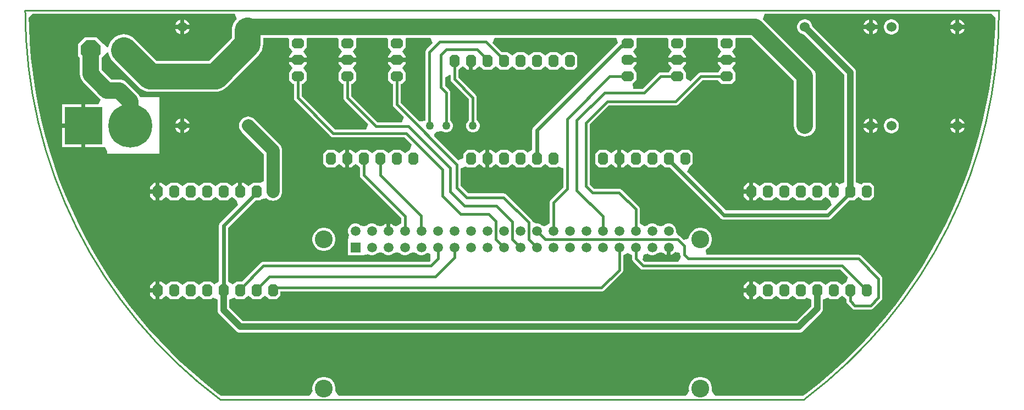
<source format=gbl>
G04*
G04 #@! TF.GenerationSoftware,Altium Limited,Altium Designer,21.2.0 (30)*
G04*
G04 Layer_Physical_Order=2*
G04 Layer_Color=16711680*
%FSLAX25Y25*%
%MOIN*%
G70*
G04*
G04 #@! TF.SameCoordinates,915FADF9-C2CC-4250-813C-173C15824247*
G04*
G04*
G04 #@! TF.FilePolarity,Positive*
G04*
G01*
G75*
%ADD10C,0.03937*%
%ADD14C,0.01000*%
%ADD27C,0.01575*%
%ADD28C,0.02362*%
%ADD29C,0.07874*%
G04:AMPARAMS|DCode=31|XSize=75mil|YSize=60mil|CornerRadius=0mil|HoleSize=0mil|Usage=FLASHONLY|Rotation=90.000|XOffset=0mil|YOffset=0mil|HoleType=Round|Shape=Octagon|*
%AMOCTAGOND31*
4,1,8,0.01500,0.03750,-0.01500,0.03750,-0.03000,0.02250,-0.03000,-0.02250,-0.01500,-0.03750,0.01500,-0.03750,0.03000,-0.02250,0.03000,0.02250,0.01500,0.03750,0.0*
%
%ADD31OCTAGOND31*%

%ADD32C,0.06000*%
%ADD33C,0.10827*%
%ADD34C,0.05937*%
%ADD35R,0.05937X0.05937*%
G04:AMPARAMS|DCode=36|XSize=75mil|YSize=60mil|CornerRadius=0mil|HoleSize=0mil|Usage=FLASHONLY|Rotation=0.000|XOffset=0mil|YOffset=0mil|HoleType=Round|Shape=Octagon|*
%AMOCTAGOND36*
4,1,8,0.03750,-0.01500,0.03750,0.01500,0.02250,0.03000,-0.02250,0.03000,-0.03750,0.01500,-0.03750,-0.01500,-0.02250,-0.03000,0.02250,-0.03000,0.03750,-0.01500,0.0*
%
%ADD36OCTAGOND36*%

%ADD37C,0.12000*%
%ADD38P,0.12989X8X22.5*%
%ADD39C,0.26576*%
%ADD40R,0.22835X0.22835*%
%ADD41C,0.05000*%
%ADD42C,0.15748*%
%ADD43C,0.10000*%
G36*
X293130Y-4338D02*
X293044Y-9593D01*
X292573Y-19176D01*
X291789Y-28739D01*
X290692Y-38270D01*
X289284Y-47761D01*
X287567Y-57201D01*
X285541Y-66579D01*
X283210Y-75886D01*
X280576Y-85112D01*
X277641Y-94246D01*
X274408Y-103280D01*
X270882Y-112203D01*
X267066Y-121006D01*
X262964Y-129679D01*
X258580Y-138214D01*
X253919Y-146600D01*
X248987Y-154830D01*
X243787Y-162894D01*
X238327Y-170783D01*
X232612Y-178489D01*
X226647Y-186004D01*
X220440Y-193321D01*
X213997Y-200430D01*
X207324Y-207324D01*
X200430Y-213997D01*
X193321Y-220440D01*
X186004Y-226647D01*
X178489Y-232612D01*
X176445Y-234128D01*
X123215Y-234128D01*
X121970Y-232767D01*
X121014Y-230978D01*
X121161Y-230240D01*
Y-228863D01*
X120893Y-227513D01*
X120366Y-226241D01*
X119601Y-225097D01*
X118628Y-224123D01*
X117483Y-223358D01*
X116212Y-222832D01*
X114862Y-222563D01*
X113485D01*
X112135Y-222832D01*
X110863Y-223358D01*
X109719Y-224123D01*
X108745Y-225097D01*
X107980Y-226241D01*
X107454Y-227513D01*
X107185Y-228863D01*
Y-230240D01*
X107332Y-230978D01*
X106377Y-232767D01*
X105132Y-234128D01*
X0Y-234128D01*
X-105132Y-234128D01*
X-106377Y-232767D01*
X-107332Y-230978D01*
X-107185Y-230240D01*
Y-228863D01*
X-107454Y-227513D01*
X-107980Y-226241D01*
X-108745Y-225097D01*
X-109719Y-224123D01*
X-110863Y-223358D01*
X-112135Y-222832D01*
X-113485Y-222563D01*
X-114862D01*
X-116212Y-222832D01*
X-117483Y-223358D01*
X-118628Y-224123D01*
X-119601Y-225097D01*
X-120366Y-226241D01*
X-120893Y-227513D01*
X-121161Y-228863D01*
Y-230240D01*
X-121014Y-230978D01*
X-121970Y-232767D01*
X-123215Y-234128D01*
X-176445Y-234128D01*
X-178489Y-232612D01*
X-186004Y-226647D01*
X-193321Y-220440D01*
X-200430Y-213997D01*
X-207324Y-207324D01*
X-213997Y-200430D01*
X-220440Y-193321D01*
X-226647Y-186004D01*
X-232612Y-178489D01*
X-238327Y-170783D01*
X-243787Y-162894D01*
X-248987Y-154830D01*
X-253919Y-146600D01*
X-258580Y-138214D01*
X-262964Y-129679D01*
X-267066Y-121006D01*
X-270882Y-112203D01*
X-274408Y-103280D01*
X-277641Y-94246D01*
X-280576Y-85112D01*
X-283210Y-75886D01*
X-285541Y-66579D01*
X-287567Y-57201D01*
X-289284Y-47761D01*
X-290692Y-38270D01*
X-291789Y-28739D01*
X-292573Y-19176D01*
X-293044Y-9593D01*
X-293130Y-4338D01*
X-290921Y-2093D01*
X-168107D01*
X-166945Y-5242D01*
X-167135Y-5404D01*
X-168101Y-6535D01*
X-168878Y-7803D01*
X-169447Y-9177D01*
X-169794Y-10624D01*
X-169911Y-12106D01*
Y-16507D01*
X-183926Y-30522D01*
X-215574D01*
X-228848Y-17248D01*
X-229979Y-16282D01*
X-231247Y-15505D01*
X-232621Y-14936D01*
X-234067Y-14589D01*
X-235550Y-14472D01*
X-237033Y-14589D01*
X-238479Y-14936D01*
X-239853Y-15505D01*
X-241121Y-16282D01*
X-242252Y-17248D01*
X-243218Y-18379D01*
X-243995Y-19647D01*
X-244564Y-21021D01*
X-244900Y-22421D01*
X-244911Y-22467D01*
X-245725Y-22362D01*
X-245725Y-22362D01*
X-247975Y-20191D01*
Y-20163D01*
X-251763Y-16375D01*
X-259337D01*
X-263125Y-20163D01*
Y-27737D01*
X-262157Y-28706D01*
Y-38750D01*
X-262030Y-40039D01*
X-261654Y-41278D01*
X-261043Y-42420D01*
X-260222Y-43422D01*
X-250472Y-53172D01*
X-249635Y-53858D01*
X-249626Y-54225D01*
X-251019Y-57008D01*
X-258819D01*
Y-70000D01*
Y-82992D01*
X-248650D01*
X-247008Y-82992D01*
X-245500Y-85517D01*
Y-86900D01*
X-214000D01*
X-214000Y-52800D01*
X-225549Y-52800D01*
X-225584Y-52684D01*
X-226195Y-51542D01*
X-227016Y-50541D01*
X-233728Y-43828D01*
X-234730Y-43007D01*
X-235872Y-42396D01*
X-237111Y-42020D01*
X-238400Y-41893D01*
X-243063D01*
X-248943Y-36013D01*
Y-28706D01*
X-247975Y-27737D01*
Y-27709D01*
X-245725Y-25538D01*
X-245725D01*
X-244911Y-25433D01*
X-244900Y-25479D01*
X-244564Y-26879D01*
X-243995Y-28253D01*
X-243218Y-29521D01*
X-242252Y-30652D01*
X-226202Y-46702D01*
X-225071Y-47668D01*
X-223803Y-48445D01*
X-222429Y-49014D01*
X-220983Y-49361D01*
X-219500Y-49478D01*
X-180000D01*
X-178517Y-49361D01*
X-177071Y-49014D01*
X-175697Y-48445D01*
X-174429Y-47668D01*
X-173298Y-46702D01*
X-153731Y-27135D01*
X-152765Y-26004D01*
X-151988Y-24736D01*
X-151655Y-23931D01*
X-151419Y-23362D01*
X-151072Y-21916D01*
X-150955Y-20433D01*
Y-16607D01*
X-135783D01*
X-135325Y-17713D01*
Y-22287D01*
X-134663Y-22949D01*
X-133317Y-25000D01*
X-134663Y-27051D01*
X-135325Y-27713D01*
Y-28819D01*
X-124675D01*
Y-27713D01*
X-125337Y-27051D01*
X-126683Y-25000D01*
X-125337Y-22949D01*
X-124675Y-22287D01*
Y-17713D01*
X-124217Y-16607D01*
X-105783D01*
X-105325Y-17713D01*
Y-22287D01*
X-104663Y-22949D01*
X-103317Y-25000D01*
X-104663Y-27051D01*
X-105325Y-27713D01*
Y-28819D01*
X-94675D01*
Y-27713D01*
X-95337Y-27051D01*
X-96683Y-25000D01*
X-95337Y-22949D01*
X-94675Y-22287D01*
Y-17713D01*
X-94217Y-16607D01*
X-75783D01*
X-75325Y-17713D01*
Y-22287D01*
X-74663Y-22949D01*
X-73317Y-25000D01*
X-74663Y-27051D01*
X-75325Y-27713D01*
Y-28819D01*
X-64675D01*
Y-27713D01*
X-65337Y-27051D01*
X-66683Y-25000D01*
X-65337Y-22949D01*
X-64675Y-22287D01*
Y-17713D01*
X-64217Y-16607D01*
X-49430D01*
X-48126Y-19756D01*
X-51882Y-23512D01*
X-52260Y-24006D01*
X-52359Y-24244D01*
X-52498Y-24580D01*
X-52579Y-25197D01*
Y-66697D01*
X-52733Y-66839D01*
X-55605Y-67262D01*
X-56566Y-67165D01*
X-67617Y-56113D01*
Y-44575D01*
X-66963D01*
X-64675Y-42287D01*
Y-37713D01*
X-65337Y-37051D01*
X-66683Y-35000D01*
X-65337Y-32949D01*
X-64675Y-32287D01*
Y-31181D01*
X-75325D01*
Y-32287D01*
X-74663Y-32949D01*
X-73317Y-35000D01*
X-74663Y-37051D01*
X-75325Y-37713D01*
Y-42287D01*
X-73037Y-44575D01*
X-72383D01*
Y-57100D01*
X-72301Y-57717D01*
X-72162Y-58053D01*
X-72063Y-58291D01*
X-71685Y-58785D01*
X-65702Y-64768D01*
X-67006Y-67917D01*
X-81613D01*
X-97617Y-51913D01*
Y-44575D01*
X-96963D01*
X-94675Y-42287D01*
Y-37713D01*
X-95337Y-37051D01*
X-96683Y-35000D01*
X-95337Y-32949D01*
X-94675Y-32287D01*
Y-31181D01*
X-105325D01*
Y-32287D01*
X-104663Y-32949D01*
X-103317Y-35000D01*
X-104663Y-37051D01*
X-105325Y-37713D01*
Y-42287D01*
X-103037Y-44575D01*
X-102383D01*
Y-52900D01*
X-102301Y-53517D01*
X-102162Y-53853D01*
X-102063Y-54091D01*
X-101685Y-54585D01*
X-87202Y-69068D01*
X-88506Y-72217D01*
X-107513D01*
X-127617Y-52113D01*
Y-44575D01*
X-126963D01*
X-124675Y-42287D01*
Y-37713D01*
X-125337Y-37051D01*
X-126683Y-35000D01*
X-125337Y-32949D01*
X-124675Y-32287D01*
Y-31181D01*
X-135325D01*
Y-32287D01*
X-134663Y-32949D01*
X-133317Y-35000D01*
X-134663Y-37051D01*
X-135325Y-37713D01*
Y-42287D01*
X-133037Y-44575D01*
X-132383D01*
Y-53100D01*
X-132301Y-53717D01*
X-132162Y-54053D01*
X-132063Y-54291D01*
X-131685Y-54785D01*
X-110185Y-76285D01*
X-109691Y-76663D01*
X-109117Y-76901D01*
X-108500Y-76983D01*
X-108500Y-76983D01*
X-65287D01*
X-60744Y-81526D01*
X-62049Y-84675D01*
X-62287D01*
X-62949Y-85337D01*
X-65000Y-86683D01*
X-67051Y-85337D01*
X-67713Y-84675D01*
X-72287D01*
X-72949Y-85337D01*
X-75000Y-86683D01*
X-77051Y-85337D01*
X-77713Y-84675D01*
X-82287D01*
X-82949Y-85337D01*
X-85000Y-86683D01*
X-87051Y-85337D01*
X-87713Y-84675D01*
X-92287D01*
X-92949Y-85337D01*
X-95000Y-86683D01*
X-97051Y-85337D01*
X-97713Y-84675D01*
X-98819D01*
Y-90000D01*
Y-95325D01*
X-97713D01*
X-97051Y-94663D01*
X-95000Y-93317D01*
X-92949Y-94663D01*
X-92383Y-95230D01*
Y-100000D01*
X-92301Y-100617D01*
X-92162Y-100953D01*
X-92063Y-101191D01*
X-91685Y-101685D01*
X-67383Y-125987D01*
Y-129345D01*
X-70197Y-130938D01*
X-71940Y-130635D01*
X-72210Y-130365D01*
X-73246Y-129766D01*
X-73819Y-129613D01*
Y-134000D01*
X-76181D01*
Y-129613D01*
X-76754Y-129766D01*
X-77790Y-130365D01*
X-78060Y-130635D01*
X-80000Y-130973D01*
X-81940Y-130635D01*
X-82210Y-130365D01*
X-83246Y-129766D01*
X-84402Y-129457D01*
X-85598D01*
X-86754Y-129766D01*
X-87790Y-130365D01*
X-88060Y-130635D01*
X-90000Y-130973D01*
X-91940Y-130635D01*
X-92210Y-130365D01*
X-93246Y-129766D01*
X-94402Y-129457D01*
X-95598D01*
X-96754Y-129766D01*
X-97790Y-130365D01*
X-98636Y-131210D01*
X-99234Y-132246D01*
X-99543Y-133402D01*
Y-134598D01*
X-99234Y-135754D01*
X-98914Y-136307D01*
X-99543Y-139457D01*
X-99543Y-140130D01*
Y-148543D01*
X-91130D01*
X-90457Y-148543D01*
X-87307Y-147914D01*
X-86754Y-148234D01*
X-85598Y-148543D01*
X-84402D01*
X-83246Y-148234D01*
X-82210Y-147635D01*
X-81940Y-147365D01*
X-80000Y-147027D01*
X-78060Y-147365D01*
X-77790Y-147635D01*
X-76754Y-148234D01*
X-75598Y-148543D01*
X-74402D01*
X-73246Y-148234D01*
X-72210Y-147635D01*
X-71940Y-147365D01*
X-70000Y-147027D01*
X-68060Y-147365D01*
X-67790Y-147635D01*
X-66754Y-148234D01*
X-65598Y-148543D01*
X-64402D01*
X-63246Y-148234D01*
X-62210Y-147635D01*
X-61940Y-147365D01*
X-60000Y-147027D01*
X-58060Y-147365D01*
X-57790Y-147635D01*
X-56754Y-148234D01*
X-55598Y-148543D01*
X-54402D01*
X-53246Y-148234D01*
X-52210Y-147635D01*
X-51940Y-147365D01*
X-50907Y-147185D01*
X-49616Y-148102D01*
X-49456Y-151886D01*
X-50287Y-152717D01*
X-150850D01*
X-151467Y-152799D01*
X-152041Y-153037D01*
X-152535Y-153415D01*
X-163795Y-164675D01*
X-167287D01*
X-167949Y-165337D01*
X-169586Y-166412D01*
X-172220Y-164774D01*
Y-131901D01*
X-155644Y-115325D01*
X-152713D01*
X-152145Y-114757D01*
X-152133Y-114749D01*
X-149055Y-113952D01*
X-148077Y-114605D01*
X-147927Y-114685D01*
X-147287Y-115325D01*
X-146434D01*
X-146081Y-115432D01*
X-145000Y-115539D01*
X-143920Y-115432D01*
X-143566Y-115325D01*
X-142713D01*
X-142073Y-114685D01*
X-141923Y-114605D01*
X-141084Y-113916D01*
X-140395Y-113077D01*
X-139883Y-112119D01*
X-139568Y-111081D01*
X-139462Y-110000D01*
Y-85000D01*
X-139568Y-83920D01*
X-139883Y-82881D01*
X-140395Y-81923D01*
X-141084Y-81084D01*
X-141084Y-81084D01*
X-156084Y-66084D01*
X-156923Y-65395D01*
X-157880Y-64883D01*
X-158920Y-64568D01*
X-160000Y-64461D01*
X-161081Y-64568D01*
X-162119Y-64883D01*
X-163077Y-65395D01*
X-163916Y-66084D01*
X-164605Y-66923D01*
X-165117Y-67880D01*
X-165432Y-68919D01*
X-165539Y-70000D01*
X-165432Y-71080D01*
X-165117Y-72119D01*
X-164605Y-73077D01*
X-163916Y-73916D01*
X-150539Y-87294D01*
Y-103775D01*
X-152713Y-104675D01*
X-157287D01*
X-157949Y-105337D01*
X-160000Y-106683D01*
X-162051Y-105337D01*
X-162713Y-104675D01*
X-163819D01*
Y-110000D01*
X-166181D01*
Y-104675D01*
X-167287D01*
X-167949Y-105337D01*
X-170000Y-106683D01*
X-172051Y-105337D01*
X-172713Y-104675D01*
X-177287D01*
X-177949Y-105337D01*
X-180000Y-106683D01*
X-182051Y-105337D01*
X-182713Y-104675D01*
X-187287D01*
X-187949Y-105337D01*
X-190000Y-106683D01*
X-192051Y-105337D01*
X-192713Y-104675D01*
X-197287D01*
X-197949Y-105337D01*
X-200000Y-106683D01*
X-202051Y-105337D01*
X-202713Y-104675D01*
X-207287D01*
X-207949Y-105337D01*
X-210000Y-106683D01*
X-212051Y-105337D01*
X-212713Y-104675D01*
X-213819D01*
Y-110000D01*
Y-115325D01*
X-212713D01*
X-212051Y-114663D01*
X-210000Y-113317D01*
X-207949Y-114663D01*
X-207287Y-115325D01*
X-202713D01*
X-202051Y-114663D01*
X-200000Y-113317D01*
X-197949Y-114663D01*
X-197287Y-115325D01*
X-192713D01*
X-192051Y-114663D01*
X-190000Y-113317D01*
X-187949Y-114663D01*
X-187287Y-115325D01*
X-182713D01*
X-182051Y-114663D01*
X-180000Y-113317D01*
X-177949Y-114663D01*
X-177287Y-115325D01*
X-172713D01*
X-172051Y-114663D01*
X-170000Y-113317D01*
X-167949Y-114663D01*
X-167287Y-115325D01*
X-166180Y-117999D01*
X-176965Y-128785D01*
X-177407Y-129360D01*
X-177685Y-130031D01*
X-177780Y-130750D01*
Y-164774D01*
X-180414Y-166412D01*
X-182051Y-165337D01*
X-182713Y-164675D01*
X-187287D01*
X-187949Y-165337D01*
X-190000Y-166683D01*
X-192051Y-165337D01*
X-192713Y-164675D01*
X-197287D01*
X-197949Y-165337D01*
X-200000Y-166683D01*
X-202051Y-165337D01*
X-202713Y-164675D01*
X-207287D01*
X-207949Y-165337D01*
X-210000Y-166683D01*
X-212051Y-165337D01*
X-212713Y-164675D01*
X-213819D01*
Y-170000D01*
Y-175325D01*
X-212713D01*
X-212051Y-174663D01*
X-210000Y-173317D01*
X-207949Y-174663D01*
X-207287Y-175325D01*
X-202713D01*
X-202051Y-174663D01*
X-200000Y-173317D01*
X-197949Y-174663D01*
X-197287Y-175325D01*
X-192713D01*
X-192051Y-174663D01*
X-190000Y-173317D01*
X-187949Y-174663D01*
X-187287Y-175325D01*
X-182713D01*
X-182051Y-174663D01*
X-181618Y-174379D01*
X-178574Y-175640D01*
Y-181900D01*
X-178452Y-182825D01*
X-178095Y-183687D01*
X-177527Y-184427D01*
X-167327Y-194627D01*
X-166587Y-195195D01*
X-165725Y-195552D01*
X-164800Y-195674D01*
X173900D01*
X174825Y-195552D01*
X175687Y-195195D01*
X176427Y-194627D01*
X187527Y-183527D01*
X188095Y-182787D01*
X188452Y-181925D01*
X188574Y-181000D01*
Y-175640D01*
X191618Y-174379D01*
X192051Y-174663D01*
X192713Y-175325D01*
X197287D01*
X197949Y-174663D01*
X200000Y-173317D01*
X202051Y-174663D01*
X202617Y-175230D01*
Y-176400D01*
X202699Y-177017D01*
X202838Y-177353D01*
X202937Y-177591D01*
X203315Y-178085D01*
X206115Y-180885D01*
X206609Y-181263D01*
X206847Y-181362D01*
X207183Y-181501D01*
X207800Y-181583D01*
X217300D01*
X217917Y-181501D01*
X218253Y-181362D01*
X218491Y-181263D01*
X218985Y-180885D01*
X223885Y-175985D01*
X224263Y-175491D01*
X224362Y-175253D01*
X224501Y-174917D01*
X224583Y-174300D01*
Y-162900D01*
X224501Y-162283D01*
X224263Y-161709D01*
X223885Y-161215D01*
X211785Y-149115D01*
X211291Y-148737D01*
X211053Y-148638D01*
X210717Y-148499D01*
X210100Y-148417D01*
X117929D01*
X117302Y-145268D01*
X117483Y-145193D01*
X118628Y-144428D01*
X119601Y-143455D01*
X120366Y-142310D01*
X120893Y-141038D01*
X121161Y-139688D01*
Y-138312D01*
X120893Y-136962D01*
X120366Y-135690D01*
X119601Y-134545D01*
X118628Y-133572D01*
X117483Y-132807D01*
X116212Y-132280D01*
X114862Y-132012D01*
X113485D01*
X112135Y-132280D01*
X110863Y-132807D01*
X109719Y-133572D01*
X108745Y-134545D01*
X107980Y-135690D01*
X107454Y-136962D01*
X107227Y-138103D01*
X106606Y-138505D01*
X104035Y-139366D01*
X101985Y-137315D01*
X101491Y-136937D01*
X100854Y-136603D01*
X99543Y-134598D01*
Y-133402D01*
X99234Y-132246D01*
X98636Y-131210D01*
X97790Y-130365D01*
X96754Y-129766D01*
X95598Y-129457D01*
X94402D01*
X93246Y-129766D01*
X92210Y-130365D01*
X91940Y-130635D01*
X90000Y-130973D01*
X88060Y-130635D01*
X87790Y-130365D01*
X86754Y-129766D01*
X85598Y-129457D01*
X84402D01*
X83246Y-129766D01*
X82210Y-130365D01*
X81940Y-130635D01*
X80197Y-130938D01*
X77383Y-129345D01*
Y-120800D01*
X77383Y-120800D01*
X77301Y-120183D01*
X77063Y-119609D01*
X76685Y-119115D01*
X66436Y-108867D01*
X65943Y-108488D01*
X65705Y-108389D01*
X65368Y-108250D01*
X64751Y-108169D01*
X49738D01*
X47083Y-105513D01*
Y-69187D01*
X58587Y-57683D01*
X99219D01*
X99835Y-57601D01*
X100172Y-57462D01*
X100410Y-57363D01*
X100903Y-56985D01*
X115506Y-42383D01*
X124770D01*
X126963Y-44575D01*
X133037D01*
X135325Y-42287D01*
Y-37713D01*
X134663Y-37051D01*
X133317Y-35000D01*
X134663Y-32949D01*
X135325Y-32287D01*
Y-31181D01*
X124675D01*
Y-32287D01*
X125337Y-32949D01*
X126683Y-35000D01*
X125337Y-37051D01*
X124770Y-37617D01*
X114519D01*
X113902Y-37699D01*
X113565Y-37838D01*
X113327Y-37937D01*
X112834Y-38315D01*
X108201Y-42949D01*
X105325Y-41370D01*
Y-37713D01*
X104663Y-37051D01*
X103317Y-35000D01*
X104663Y-32949D01*
X105325Y-32287D01*
Y-31181D01*
X94675D01*
Y-32287D01*
X95337Y-32949D01*
X96683Y-35000D01*
X95337Y-37051D01*
X94770Y-37617D01*
X90100D01*
X90100Y-37617D01*
X89483Y-37699D01*
X88909Y-37937D01*
X88415Y-38315D01*
X79113Y-47617D01*
X73296D01*
X73144Y-44468D01*
X75325Y-42287D01*
Y-37713D01*
X74663Y-37051D01*
X73317Y-35000D01*
X74663Y-32949D01*
X75325Y-32287D01*
Y-31181D01*
X70000D01*
Y-28819D01*
X75325D01*
Y-27713D01*
X74663Y-27051D01*
X73317Y-25000D01*
X74663Y-22949D01*
X75325Y-22287D01*
Y-17713D01*
X75783Y-16607D01*
X94217D01*
X94675Y-17713D01*
Y-22287D01*
X95337Y-22949D01*
X96683Y-25000D01*
X95337Y-27051D01*
X94675Y-27713D01*
Y-28819D01*
X105325D01*
Y-27713D01*
X104663Y-27051D01*
X103317Y-25000D01*
X104663Y-22949D01*
X105325Y-22287D01*
Y-17713D01*
X105783Y-16607D01*
X124217D01*
X124675Y-17713D01*
Y-22287D01*
X125337Y-22949D01*
X126683Y-25000D01*
X125337Y-27051D01*
X124675Y-27713D01*
Y-28819D01*
X135325D01*
Y-27713D01*
X134663Y-27051D01*
X133317Y-25000D01*
X134663Y-22949D01*
X135325Y-22287D01*
Y-17713D01*
X135783Y-16607D01*
X144763D01*
X170893Y-42737D01*
Y-70000D01*
X171020Y-71289D01*
X171396Y-72528D01*
X172007Y-73670D01*
X172828Y-74672D01*
X173830Y-75493D01*
X174972Y-76104D01*
X176211Y-76480D01*
X177500Y-76607D01*
X178789Y-76480D01*
X180028Y-76104D01*
X181170Y-75493D01*
X182172Y-74672D01*
X182993Y-73670D01*
X183604Y-72528D01*
X183980Y-71289D01*
X184107Y-70000D01*
Y-40000D01*
X183980Y-38711D01*
X183604Y-37472D01*
X182993Y-36330D01*
X182172Y-35328D01*
X152172Y-5328D01*
X152067Y-5242D01*
X153194Y-2093D01*
X290921D01*
X293130Y-4338D01*
D02*
G37*
G36*
X63988Y-19227D02*
X64013Y-19756D01*
X13035Y-70735D01*
X12593Y-71310D01*
X12315Y-71981D01*
X12220Y-72700D01*
Y-84774D01*
X9586Y-86412D01*
X7949Y-85337D01*
X7287Y-84675D01*
X2713D01*
X2051Y-85337D01*
X0Y-86683D01*
X-2051Y-85337D01*
X-2713Y-84675D01*
X-7287D01*
X-7949Y-85337D01*
X-10000Y-86683D01*
X-12051Y-85337D01*
X-12713Y-84675D01*
X-13819D01*
Y-90000D01*
Y-95325D01*
X-12713D01*
X-12051Y-94663D01*
X-10000Y-93317D01*
X-7949Y-94663D01*
X-7287Y-95325D01*
X-2713D01*
X-2051Y-94663D01*
X0Y-93317D01*
X2051Y-94663D01*
X2713Y-95325D01*
X7287D01*
X7949Y-94663D01*
X10000Y-93317D01*
X12051Y-94663D01*
X12713Y-95325D01*
X17287D01*
X17949Y-94663D01*
X20000Y-93317D01*
X22051Y-94663D01*
X22713Y-95325D01*
X27287D01*
X27868Y-94744D01*
X31017Y-96049D01*
Y-107413D01*
X23315Y-115115D01*
X22937Y-115609D01*
X22838Y-115847D01*
X22699Y-116183D01*
X22617Y-116800D01*
Y-129345D01*
X19803Y-130938D01*
X18060Y-130635D01*
X17790Y-130365D01*
X16754Y-129766D01*
X15598Y-129457D01*
X14402D01*
X12417Y-128253D01*
X12063Y-127609D01*
X11685Y-127115D01*
X-3615Y-111815D01*
X-4109Y-111437D01*
X-4347Y-111338D01*
X-4683Y-111199D01*
X-5300Y-111117D01*
X-26613D01*
X-31117Y-106613D01*
Y-95949D01*
X-27968Y-94644D01*
X-27287Y-95325D01*
X-22713D01*
X-22051Y-94663D01*
X-20000Y-93317D01*
X-17949Y-94663D01*
X-17287Y-95325D01*
X-16181D01*
Y-90000D01*
Y-84675D01*
X-17287D01*
X-17949Y-85337D01*
X-20000Y-86683D01*
X-22051Y-85337D01*
X-22713Y-84675D01*
X-27287D01*
X-29575Y-86963D01*
Y-89720D01*
X-32724Y-91006D01*
X-47165Y-76566D01*
X-47324Y-74987D01*
X-45957Y-73597D01*
X-42502Y-73261D01*
X-41573Y-73797D01*
X-40536Y-74075D01*
X-39463D01*
X-38427Y-73797D01*
X-37498Y-73261D01*
X-36739Y-72502D01*
X-36203Y-71573D01*
X-35925Y-70537D01*
Y-69463D01*
X-36203Y-68427D01*
X-36739Y-67498D01*
X-37498Y-66739D01*
X-37617Y-66670D01*
Y-49862D01*
X-37699Y-49246D01*
X-37937Y-48671D01*
X-38315Y-48177D01*
X-40728Y-45765D01*
Y-40715D01*
X-37578Y-39032D01*
X-37383Y-39162D01*
Y-41673D01*
X-37301Y-42290D01*
X-37162Y-42627D01*
X-37063Y-42865D01*
X-36685Y-43358D01*
X-26183Y-53860D01*
Y-66670D01*
X-26302Y-66739D01*
X-27061Y-67498D01*
X-27597Y-68427D01*
X-27875Y-69463D01*
Y-70537D01*
X-27597Y-71573D01*
X-27061Y-72502D01*
X-26302Y-73261D01*
X-25373Y-73797D01*
X-24337Y-74075D01*
X-23264D01*
X-22227Y-73797D01*
X-21298Y-73261D01*
X-20539Y-72502D01*
X-20003Y-71573D01*
X-19725Y-70537D01*
Y-69463D01*
X-20003Y-68427D01*
X-20539Y-67498D01*
X-21298Y-66739D01*
X-21417Y-66670D01*
Y-52873D01*
X-21499Y-52257D01*
X-21737Y-51682D01*
X-22115Y-51188D01*
X-32617Y-40686D01*
Y-36030D01*
X-32051Y-35463D01*
X-30000Y-34117D01*
X-27949Y-35463D01*
X-27287Y-36125D01*
X-26181D01*
Y-30800D01*
X-23819D01*
Y-36125D01*
X-22713D01*
X-22051Y-35463D01*
X-20000Y-34117D01*
X-17949Y-35463D01*
X-17287Y-36125D01*
X-12713D01*
X-12051Y-35463D01*
X-10000Y-34117D01*
X-7949Y-35463D01*
X-7287Y-36125D01*
X-2713D01*
X-2051Y-35463D01*
X0Y-34117D01*
X2051Y-35463D01*
X2713Y-36125D01*
X7287D01*
X7949Y-35463D01*
X10000Y-34117D01*
X12051Y-35463D01*
X12713Y-36125D01*
X17287D01*
X17949Y-35463D01*
X20000Y-34117D01*
X22051Y-35463D01*
X22713Y-36125D01*
X27287D01*
X27949Y-35463D01*
X30000Y-34117D01*
X32051Y-35463D01*
X32713Y-36125D01*
X37287D01*
X39575Y-33837D01*
Y-27763D01*
X37287Y-25475D01*
X32713D01*
X32051Y-26137D01*
X30000Y-27483D01*
X27949Y-26137D01*
X27287Y-25475D01*
X22713D01*
X22051Y-26137D01*
X20000Y-27483D01*
X17949Y-26137D01*
X17287Y-25475D01*
X12713D01*
X12051Y-26137D01*
X10000Y-27483D01*
X7949Y-26137D01*
X7287Y-25475D01*
X2713D01*
X2051Y-26137D01*
X0Y-27483D01*
X-2051Y-26137D01*
X-2713Y-25475D01*
X-6205D01*
X-11924Y-19756D01*
X-10620Y-16607D01*
X63200D01*
X63988Y-19227D01*
D02*
G37*
G36*
X96181Y-148387D02*
X96754Y-148234D01*
X97790Y-147635D01*
X98636Y-146790D01*
X98768Y-146561D01*
X101917Y-147405D01*
Y-148200D01*
X101999Y-148817D01*
X102138Y-149153D01*
X102237Y-149391D01*
X102295Y-149468D01*
X101928Y-150975D01*
X100894Y-152617D01*
X80387D01*
X79193Y-151423D01*
X79695Y-148449D01*
X82309Y-147693D01*
X83246Y-148234D01*
X84402Y-148543D01*
X85598D01*
X86754Y-148234D01*
X87790Y-147635D01*
X88060Y-147365D01*
X90000Y-147027D01*
X91940Y-147365D01*
X92210Y-147635D01*
X93246Y-148234D01*
X93819Y-148387D01*
Y-144000D01*
X96181D01*
Y-148387D01*
D02*
G37*
G36*
X72617Y-148655D02*
Y-150600D01*
X72617Y-150600D01*
X72699Y-151217D01*
X72937Y-151791D01*
X73315Y-152285D01*
X77715Y-156685D01*
X78209Y-157063D01*
X78447Y-157162D01*
X78783Y-157301D01*
X79400Y-157383D01*
X199013D01*
X203765Y-162135D01*
X202713Y-164675D01*
X202051Y-165337D01*
X200000Y-166683D01*
X197949Y-165337D01*
X197287Y-164675D01*
X192713D01*
X192051Y-165337D01*
X190000Y-166683D01*
X187949Y-165337D01*
X187287Y-164675D01*
X182713D01*
X182051Y-165337D01*
X180000Y-166683D01*
X177949Y-165337D01*
X177287Y-164675D01*
X172713D01*
X172051Y-165337D01*
X170000Y-166683D01*
X167949Y-165337D01*
X167287Y-164675D01*
X162713D01*
X162051Y-165337D01*
X160000Y-166683D01*
X157949Y-165337D01*
X157287Y-164675D01*
X152713D01*
X152051Y-165337D01*
X150000Y-166683D01*
X147949Y-165337D01*
X147287Y-164675D01*
X146181D01*
Y-170000D01*
Y-175325D01*
X147287D01*
X147949Y-174663D01*
X150000Y-173317D01*
X152051Y-174663D01*
X152713Y-175325D01*
X157287D01*
X157949Y-174663D01*
X160000Y-173317D01*
X162051Y-174663D01*
X162713Y-175325D01*
X167287D01*
X167949Y-174663D01*
X170000Y-173317D01*
X172051Y-174663D01*
X172713Y-175325D01*
X177287D01*
X177949Y-174663D01*
X178382Y-174379D01*
X181426Y-175640D01*
Y-179520D01*
X172420Y-188526D01*
X-163320D01*
X-171426Y-180420D01*
Y-175640D01*
X-168382Y-174379D01*
X-167949Y-174663D01*
X-167287Y-175325D01*
X-162713D01*
X-162051Y-174663D01*
X-160000Y-173317D01*
X-157949Y-174663D01*
X-157287Y-175325D01*
X-152713D01*
X-152051Y-174663D01*
X-150000Y-173317D01*
X-147949Y-174663D01*
X-147287Y-175325D01*
X-142713D01*
X-140425Y-173037D01*
Y-170683D01*
X54200D01*
X54817Y-170601D01*
X55153Y-170462D01*
X55391Y-170363D01*
X55885Y-169985D01*
X66685Y-159185D01*
X67063Y-158691D01*
X67162Y-158453D01*
X67301Y-158117D01*
X67383Y-157500D01*
Y-148655D01*
X70000Y-147173D01*
X72617Y-148655D01*
D02*
G37*
%LPC*%
G36*
X271181Y-5570D02*
Y-8819D01*
X274429D01*
X274399Y-8666D01*
X274054Y-7833D01*
X273553Y-7084D01*
X272916Y-6447D01*
X272167Y-5946D01*
X271334Y-5601D01*
X271181Y-5570D01*
D02*
G37*
G36*
X218681D02*
Y-8819D01*
X221930D01*
X221899Y-8666D01*
X221554Y-7833D01*
X221054Y-7084D01*
X220416Y-6447D01*
X219667Y-5946D01*
X218834Y-5601D01*
X218681Y-5570D01*
D02*
G37*
G36*
X-198819Y-5570D02*
Y-8819D01*
X-195571D01*
X-195601Y-8666D01*
X-195946Y-7833D01*
X-196447Y-7084D01*
X-197084Y-6447D01*
X-197833Y-5946D01*
X-198666Y-5601D01*
X-198819Y-5570D01*
D02*
G37*
G36*
X-201181Y-5570D02*
X-201334Y-5601D01*
X-202167Y-5946D01*
X-202916Y-6447D01*
X-203554Y-7084D01*
X-204054Y-7833D01*
X-204399Y-8666D01*
X-204430Y-8819D01*
X-201181D01*
Y-5570D01*
D02*
G37*
G36*
X268819Y-5570D02*
X268666Y-5601D01*
X267833Y-5946D01*
X267084Y-6447D01*
X266446Y-7084D01*
X265946Y-7833D01*
X265601Y-8666D01*
X265570Y-8819D01*
X268819D01*
Y-5570D01*
D02*
G37*
G36*
X216319D02*
X216166Y-5601D01*
X215333Y-5946D01*
X214584Y-6447D01*
X213947Y-7084D01*
X213446Y-7833D01*
X213101Y-8666D01*
X213071Y-8819D01*
X216319D01*
Y-5570D01*
D02*
G37*
G36*
X274429Y-11181D02*
X271181D01*
Y-14430D01*
X271334Y-14399D01*
X272167Y-14054D01*
X272916Y-13554D01*
X273553Y-12916D01*
X274054Y-12167D01*
X274399Y-11334D01*
X274429Y-11181D01*
D02*
G37*
G36*
X221930D02*
X218681D01*
Y-14430D01*
X218834Y-14399D01*
X219667Y-14054D01*
X220416Y-13554D01*
X221054Y-12916D01*
X221554Y-12167D01*
X221899Y-11334D01*
X221930Y-11181D01*
D02*
G37*
G36*
X-201181D02*
X-204430D01*
X-204399Y-11334D01*
X-204054Y-12167D01*
X-203554Y-12916D01*
X-202916Y-13554D01*
X-202167Y-14054D01*
X-201334Y-14399D01*
X-201181Y-14430D01*
Y-11181D01*
D02*
G37*
G36*
X-195571D02*
X-198819D01*
Y-14430D01*
X-198666Y-14399D01*
X-197833Y-14054D01*
X-197084Y-13554D01*
X-196447Y-12916D01*
X-195946Y-12167D01*
X-195601Y-11334D01*
X-195571Y-11181D01*
D02*
G37*
G36*
X268819D02*
X265570D01*
X265601Y-11334D01*
X265946Y-12167D01*
X266446Y-12916D01*
X267084Y-13554D01*
X267833Y-14054D01*
X268666Y-14399D01*
X268819Y-14430D01*
Y-11181D01*
D02*
G37*
G36*
X216319D02*
X213071D01*
X213101Y-11334D01*
X213446Y-12167D01*
X213947Y-12916D01*
X214584Y-13554D01*
X215333Y-14054D01*
X216166Y-14399D01*
X216319Y-14430D01*
Y-11181D01*
D02*
G37*
G36*
X230451Y-5425D02*
X229549D01*
X228666Y-5601D01*
X227833Y-5946D01*
X227084Y-6447D01*
X226447Y-7084D01*
X225946Y-7833D01*
X225601Y-8666D01*
X225425Y-9549D01*
Y-10451D01*
X225601Y-11334D01*
X225946Y-12167D01*
X226447Y-12916D01*
X227084Y-13554D01*
X227833Y-14054D01*
X228666Y-14399D01*
X229549Y-14575D01*
X230451D01*
X231334Y-14399D01*
X232167Y-14054D01*
X232916Y-13554D01*
X233554Y-12916D01*
X234054Y-12167D01*
X234399Y-11334D01*
X234575Y-10451D01*
Y-9549D01*
X234399Y-8666D01*
X234054Y-7833D01*
X233554Y-7084D01*
X232916Y-6447D01*
X232167Y-5946D01*
X231334Y-5601D01*
X230451Y-5425D01*
D02*
G37*
G36*
X218681Y-65570D02*
Y-68819D01*
X221930D01*
X221899Y-68666D01*
X221554Y-67833D01*
X221054Y-67084D01*
X220416Y-66447D01*
X219667Y-65946D01*
X218834Y-65601D01*
X218681Y-65570D01*
D02*
G37*
G36*
X271181D02*
Y-68819D01*
X274429D01*
X274399Y-68666D01*
X274054Y-67833D01*
X273553Y-67084D01*
X272916Y-66447D01*
X272167Y-65946D01*
X271334Y-65601D01*
X271181Y-65570D01*
D02*
G37*
G36*
X-198819Y-65570D02*
Y-68819D01*
X-195571D01*
X-195601Y-68666D01*
X-195946Y-67833D01*
X-196447Y-67084D01*
X-197084Y-66447D01*
X-197833Y-65946D01*
X-198666Y-65601D01*
X-198819Y-65570D01*
D02*
G37*
G36*
X-201181Y-65570D02*
X-201334Y-65601D01*
X-202167Y-65946D01*
X-202916Y-66447D01*
X-203554Y-67084D01*
X-204054Y-67833D01*
X-204399Y-68666D01*
X-204430Y-68819D01*
X-201181D01*
Y-65570D01*
D02*
G37*
G36*
X268819Y-65570D02*
X268666Y-65601D01*
X267833Y-65946D01*
X267084Y-66447D01*
X266446Y-67084D01*
X265946Y-67833D01*
X265601Y-68666D01*
X265570Y-68819D01*
X268819D01*
Y-65570D01*
D02*
G37*
G36*
X216319D02*
X216166Y-65601D01*
X215333Y-65946D01*
X214584Y-66447D01*
X213947Y-67084D01*
X213446Y-67833D01*
X213101Y-68666D01*
X213071Y-68819D01*
X216319D01*
Y-65570D01*
D02*
G37*
G36*
X-261181Y-57008D02*
X-272992D01*
Y-68819D01*
X-261181D01*
Y-57008D01*
D02*
G37*
G36*
X274429Y-71181D02*
X271181D01*
Y-74430D01*
X271334Y-74399D01*
X272167Y-74054D01*
X272916Y-73554D01*
X273553Y-72916D01*
X274054Y-72167D01*
X274399Y-71334D01*
X274429Y-71181D01*
D02*
G37*
G36*
X221930D02*
X218681D01*
Y-74430D01*
X218834Y-74399D01*
X219667Y-74054D01*
X220416Y-73554D01*
X221054Y-72916D01*
X221554Y-72167D01*
X221899Y-71334D01*
X221930Y-71181D01*
D02*
G37*
G36*
X-201181D02*
X-204430D01*
X-204399Y-71334D01*
X-204054Y-72167D01*
X-203554Y-72916D01*
X-202916Y-73554D01*
X-202167Y-74054D01*
X-201334Y-74399D01*
X-201181Y-74430D01*
Y-71181D01*
D02*
G37*
G36*
X-195571D02*
X-198819D01*
Y-74430D01*
X-198666Y-74399D01*
X-197833Y-74054D01*
X-197084Y-73554D01*
X-196447Y-72916D01*
X-195946Y-72167D01*
X-195601Y-71334D01*
X-195571Y-71181D01*
D02*
G37*
G36*
X268819D02*
X265570D01*
X265601Y-71334D01*
X265946Y-72167D01*
X266446Y-72916D01*
X267084Y-73554D01*
X267833Y-74054D01*
X268666Y-74399D01*
X268819Y-74430D01*
Y-71181D01*
D02*
G37*
G36*
X216319D02*
X213071D01*
X213101Y-71334D01*
X213446Y-72167D01*
X213947Y-72916D01*
X214584Y-73554D01*
X215333Y-74054D01*
X216166Y-74399D01*
X216319Y-74430D01*
Y-71181D01*
D02*
G37*
G36*
X230451Y-65425D02*
X229549D01*
X228666Y-65601D01*
X227833Y-65946D01*
X227084Y-66447D01*
X226447Y-67084D01*
X225946Y-67833D01*
X225601Y-68666D01*
X225425Y-69549D01*
Y-70451D01*
X225601Y-71334D01*
X225946Y-72167D01*
X226447Y-72916D01*
X227084Y-73554D01*
X227833Y-74054D01*
X228666Y-74399D01*
X229549Y-74575D01*
X230451D01*
X231334Y-74399D01*
X232167Y-74054D01*
X232916Y-73554D01*
X233554Y-72916D01*
X234054Y-72167D01*
X234399Y-71334D01*
X234575Y-70451D01*
Y-69549D01*
X234399Y-68666D01*
X234054Y-67833D01*
X233554Y-67084D01*
X232916Y-66447D01*
X232167Y-65946D01*
X231334Y-65601D01*
X230451Y-65425D01*
D02*
G37*
G36*
X-261181Y-71181D02*
X-272992D01*
Y-82992D01*
X-261181D01*
Y-71181D01*
D02*
G37*
G36*
X63819Y-84675D02*
X62713D01*
X62051Y-85337D01*
X60000Y-86683D01*
X57949Y-85337D01*
X57287Y-84675D01*
X52713D01*
X50425Y-86963D01*
Y-93037D01*
X52713Y-95325D01*
X57287D01*
X57949Y-94663D01*
X60000Y-93317D01*
X62051Y-94663D01*
X62713Y-95325D01*
X63819D01*
Y-90000D01*
Y-84675D01*
D02*
G37*
G36*
X-101181D02*
X-102287D01*
X-102949Y-85337D01*
X-105000Y-86683D01*
X-107051Y-85337D01*
X-107713Y-84675D01*
X-112287D01*
X-114575Y-86963D01*
Y-93037D01*
X-112287Y-95325D01*
X-107713D01*
X-107051Y-94663D01*
X-105000Y-93317D01*
X-102949Y-94663D01*
X-102287Y-95325D01*
X-101181D01*
Y-90000D01*
Y-84675D01*
D02*
G37*
G36*
X177951Y-5425D02*
X177049D01*
X176166Y-5601D01*
X175333Y-5946D01*
X174584Y-6447D01*
X173946Y-7084D01*
X173446Y-7833D01*
X173101Y-8666D01*
X172925Y-9549D01*
Y-10451D01*
X173101Y-11334D01*
X173446Y-12167D01*
X173946Y-12916D01*
X174584Y-13554D01*
X175333Y-14054D01*
X176166Y-14399D01*
X177013Y-14568D01*
X201426Y-38980D01*
Y-104360D01*
X198382Y-105621D01*
X197949Y-105337D01*
X197287Y-104675D01*
X196181D01*
Y-110000D01*
X193819D01*
Y-104675D01*
X192713D01*
X192051Y-105337D01*
X190000Y-106683D01*
X187949Y-105337D01*
X187287Y-104675D01*
X182713D01*
X182051Y-105337D01*
X180000Y-106683D01*
X177949Y-105337D01*
X177287Y-104675D01*
X172713D01*
X172051Y-105337D01*
X170000Y-106683D01*
X167949Y-105337D01*
X167287Y-104675D01*
X162713D01*
X162051Y-105337D01*
X160000Y-106683D01*
X157949Y-105337D01*
X157287Y-104675D01*
X152713D01*
X152051Y-105337D01*
X150000Y-106683D01*
X147949Y-105337D01*
X147287Y-104675D01*
X146181D01*
Y-110000D01*
Y-115325D01*
X147287D01*
X147949Y-114663D01*
X150000Y-113317D01*
X152051Y-114663D01*
X152713Y-115325D01*
X157287D01*
X157949Y-114663D01*
X160000Y-113317D01*
X162051Y-114663D01*
X162713Y-115325D01*
X167287D01*
X167949Y-114663D01*
X170000Y-113317D01*
X172051Y-114663D01*
X172713Y-115325D01*
X177287D01*
X177949Y-114663D01*
X180000Y-113317D01*
X182051Y-114663D01*
X182713Y-115325D01*
X187287D01*
X187949Y-114663D01*
X190000Y-113317D01*
X192051Y-114663D01*
X192713Y-115325D01*
X193835Y-118034D01*
X190424Y-121445D01*
X129626D01*
X106180Y-97999D01*
X107287Y-95325D01*
X109575Y-93037D01*
Y-86963D01*
X107287Y-84675D01*
X102713D01*
X102051Y-85337D01*
X100000Y-86683D01*
X97949Y-85337D01*
X97287Y-84675D01*
X92713D01*
X92051Y-85337D01*
X90000Y-86683D01*
X87949Y-85337D01*
X87287Y-84675D01*
X82713D01*
X82051Y-85337D01*
X80000Y-86683D01*
X77949Y-85337D01*
X77287Y-84675D01*
X72713D01*
X72051Y-85337D01*
X70000Y-86683D01*
X67949Y-85337D01*
X67287Y-84675D01*
X66181D01*
Y-90000D01*
Y-95325D01*
X67287D01*
X67949Y-94663D01*
X70000Y-93317D01*
X72051Y-94663D01*
X72713Y-95325D01*
X77287D01*
X77949Y-94663D01*
X80000Y-93317D01*
X82051Y-94663D01*
X82713Y-95325D01*
X87287D01*
X87949Y-94663D01*
X90000Y-93317D01*
X92051Y-94663D01*
X92713Y-95325D01*
X95644D01*
X126509Y-126190D01*
X127085Y-126632D01*
X127756Y-126910D01*
X128475Y-127005D01*
X191575D01*
X192294Y-126910D01*
X192965Y-126632D01*
X193541Y-126190D01*
X204406Y-115325D01*
X207287D01*
X207949Y-114663D01*
X210000Y-113317D01*
X212051Y-114663D01*
X212713Y-115325D01*
X217287D01*
X219575Y-113037D01*
Y-106963D01*
X217287Y-104675D01*
X212713D01*
X212051Y-105337D01*
X211618Y-105621D01*
X208574Y-104360D01*
Y-37500D01*
X208574Y-37500D01*
X208452Y-36575D01*
X208095Y-35713D01*
X207527Y-34973D01*
X182068Y-9513D01*
X181899Y-8666D01*
X181554Y-7833D01*
X181053Y-7084D01*
X180416Y-6447D01*
X179667Y-5946D01*
X178834Y-5601D01*
X177951Y-5425D01*
D02*
G37*
G36*
X143819Y-104675D02*
X142713D01*
X140425Y-106963D01*
Y-108819D01*
X143819D01*
Y-104675D01*
D02*
G37*
G36*
X-216181D02*
X-217287D01*
X-219575Y-106963D01*
Y-108819D01*
X-216181D01*
Y-104675D01*
D02*
G37*
G36*
X143819Y-111181D02*
X140425D01*
Y-113037D01*
X142713Y-115325D01*
X143819D01*
Y-111181D01*
D02*
G37*
G36*
X-216181D02*
X-219575D01*
Y-113037D01*
X-217287Y-115325D01*
X-216181D01*
Y-111181D01*
D02*
G37*
G36*
X-113485Y-132012D02*
X-114862D01*
X-116212Y-132280D01*
X-117483Y-132807D01*
X-118628Y-133572D01*
X-119601Y-134545D01*
X-120366Y-135690D01*
X-120893Y-136962D01*
X-121161Y-138312D01*
Y-139688D01*
X-120893Y-141038D01*
X-120366Y-142310D01*
X-119601Y-143455D01*
X-118628Y-144428D01*
X-117483Y-145193D01*
X-116212Y-145720D01*
X-114862Y-145988D01*
X-113485D01*
X-112135Y-145720D01*
X-110863Y-145193D01*
X-109719Y-144428D01*
X-108745Y-143455D01*
X-107980Y-142310D01*
X-107454Y-141038D01*
X-107185Y-139688D01*
Y-138312D01*
X-107454Y-136962D01*
X-107980Y-135690D01*
X-108745Y-134545D01*
X-109719Y-133572D01*
X-110863Y-132807D01*
X-112135Y-132280D01*
X-113485Y-132012D01*
D02*
G37*
G36*
X-216181Y-164675D02*
X-217287D01*
X-219575Y-166963D01*
Y-168819D01*
X-216181D01*
Y-164675D01*
D02*
G37*
G36*
Y-171181D02*
X-219575D01*
Y-173037D01*
X-217287Y-175325D01*
X-216181D01*
Y-171181D01*
D02*
G37*
G36*
X143819Y-164675D02*
X142713D01*
X140425Y-166963D01*
Y-168819D01*
X143819D01*
Y-164675D01*
D02*
G37*
G36*
Y-171181D02*
X140425D01*
Y-173037D01*
X142713Y-175325D01*
X143819D01*
Y-171181D01*
D02*
G37*
%LPD*%
D10*
X-164800Y-192100D02*
X173900D01*
X185000Y-181000D01*
X-175000Y-181900D02*
X-164800Y-192100D01*
X-175000Y-181900D02*
Y-170000D01*
X185000Y-181000D02*
Y-170000D01*
X177500Y-10000D02*
X205000Y-37500D01*
Y-110000D02*
Y-37500D01*
D14*
X-295276Y0D02*
G03*
X-177289Y-236127I295276J0D01*
G01*
X177289D02*
G03*
X295276Y0I-177289J236127D01*
G01*
X-295276D02*
X295276D01*
X0Y-236221D02*
X177196Y-236221D01*
X-177196Y-236220D02*
X0Y-236221D01*
D27*
X-62900Y-70300D02*
X-37700Y-95500D01*
Y-110000D02*
Y-95500D01*
X-40000Y-70000D02*
Y-49862D01*
X-43110Y-46752D02*
X-40000Y-49862D01*
X-43110Y-46752D02*
Y-26870D01*
X-23800Y-70060D02*
Y-52873D01*
X-35000Y-41673D02*
Y-30800D01*
Y-41673D02*
X-23800Y-52873D01*
X-44000Y-19000D02*
X-16050D01*
X-5000Y-30050D01*
X-50197Y-25197D02*
X-44000Y-19000D01*
X-43110Y-26870D02*
X-40028Y-23788D01*
X-21291D02*
X-15000Y-30079D01*
Y-30800D02*
Y-30079D01*
X-40028Y-23788D02*
X-21291D01*
X-50197Y-69803D02*
Y-25197D01*
Y-69803D02*
X-50000Y-70000D01*
X-70000Y-57100D02*
X-33500Y-93600D01*
X-70000Y-57100D02*
Y-40000D01*
X-33500Y-107600D02*
Y-93600D01*
X-27600Y-113500D02*
X-5300D01*
X-33500Y-107600D02*
X-27600Y-113500D01*
X-82600Y-70300D02*
X-62900D01*
X-64300Y-74600D02*
X-42200Y-96700D01*
Y-112500D02*
Y-96700D01*
X-108500Y-74600D02*
X-64300D01*
X-5000Y-30800D02*
Y-30050D01*
X-100000Y-52900D02*
Y-40000D01*
Y-52900D02*
X-82600Y-70300D01*
X-130000Y-53100D02*
Y-40000D01*
Y-53100D02*
X-108500Y-74600D01*
X-5300Y-113500D02*
X10000Y-128800D01*
X-29000Y-118700D02*
X-9600D01*
X-37700Y-110000D02*
X-29000Y-118700D01*
X-42200Y-112500D02*
X-31200Y-123500D01*
X-14300D01*
X100300Y-139000D02*
X104300Y-143000D01*
Y-148200D02*
X106900Y-150800D01*
X222200Y-174300D02*
Y-162900D01*
X200000Y-155000D02*
X215000Y-170000D01*
X210100Y-150800D02*
X222200Y-162900D01*
X106900Y-150800D02*
X210100D01*
X104300Y-148200D02*
Y-143000D01*
X79400Y-155000D02*
X200000D01*
X10000Y-139000D02*
Y-128800D01*
X-55400Y-133600D02*
Y-124500D01*
Y-133600D02*
X-55000Y-134000D01*
X-80000Y-99900D02*
Y-90000D01*
Y-99900D02*
X-55400Y-124500D01*
X-90000Y-100000D02*
X-65000Y-125000D01*
Y-134000D02*
Y-125000D01*
X-90000Y-100000D02*
Y-90000D01*
X205000Y-176400D02*
Y-170000D01*
Y-176400D02*
X207800Y-179200D01*
X217300D02*
X222200Y-174300D01*
X20000Y-139000D02*
X100300D01*
X15000Y-134000D02*
X20000Y-139000D01*
X207800Y-179200D02*
X217300D01*
X75000Y-150600D02*
X79400Y-155000D01*
X75000Y-150600D02*
Y-144000D01*
X-143300Y-168300D02*
X54200D01*
X-147250Y-161500D02*
X-46523D01*
X-165000Y-169250D02*
X-150850Y-155100D01*
X-49300D01*
X-45000Y-150800D02*
Y-144000D01*
X-49300Y-155100D02*
X-45000Y-150800D01*
X-165000Y-170000D02*
Y-169250D01*
X-46523Y-161500D02*
X-35000Y-149977D01*
X-155000Y-169250D02*
X-147250Y-161500D01*
X54200Y-168300D02*
X65000Y-157500D01*
X-35000Y-149977D02*
Y-144000D01*
X-145000Y-170000D02*
X-143300Y-168300D01*
X-155000Y-170000D02*
Y-169250D01*
X65000Y-157500D02*
Y-144000D01*
X155000Y-170000D02*
Y-169250D01*
X75000Y-134000D02*
Y-120800D01*
X64751Y-110551D02*
X75000Y-120800D01*
X25000Y-134000D02*
Y-116800D01*
X33400Y-108400D01*
X10000Y-139000D02*
X15000Y-144000D01*
X33400Y-108400D02*
Y-65850D01*
X59250Y-40000D01*
X44700Y-106500D02*
Y-68200D01*
X57600Y-55300D01*
X44700Y-106500D02*
X48751Y-110551D01*
X39200Y-109200D02*
X55000Y-125000D01*
X39200Y-66800D02*
X56000Y-50000D01*
X39200Y-109200D02*
Y-66800D01*
X0Y-139000D02*
X5000Y-144000D01*
X0Y-139000D02*
Y-128300D01*
X-9600Y-118700D02*
X0Y-128300D01*
X-14300Y-123500D02*
X-9900Y-127900D01*
Y-139100D02*
X-5000Y-144000D01*
X-9900Y-139100D02*
Y-127900D01*
X48751Y-110551D02*
X64751D01*
X57600Y-55300D02*
X99219D01*
X114519Y-40000D02*
X130000D01*
X99219Y-55300D02*
X114519Y-40000D01*
X90100D02*
X100000D01*
X56000Y-50000D02*
X80100D01*
X90100Y-40000D01*
X59250D02*
X70000D01*
X55000Y-134000D02*
Y-125000D01*
D28*
X128475Y-124225D02*
X191575D01*
X205000Y-110800D01*
Y-110000D01*
X15000Y-90000D02*
Y-72700D01*
X66082Y-21618D01*
X68442Y-20000D02*
X70000D01*
X66824Y-21618D02*
X68442Y-20000D01*
X66082Y-21618D02*
X66824D01*
X95000Y-90750D02*
Y-90000D01*
Y-90750D02*
X128475Y-124225D01*
X-175000Y-130750D02*
X-155000Y-110750D01*
X-175000Y-170000D02*
Y-130750D01*
X-155000Y-110750D02*
Y-110000D01*
D29*
X-145000D02*
Y-85000D01*
X-160000Y-70000D02*
X-145000Y-85000D01*
D31*
X-80000Y-90000D02*
D03*
X-90000D02*
D03*
X-5000Y-30800D02*
D03*
X-15000D02*
D03*
X145000Y-110000D02*
D03*
X155000D02*
D03*
X165000D02*
D03*
X175000D02*
D03*
X185000D02*
D03*
X195000D02*
D03*
X205000D02*
D03*
X215000D02*
D03*
X145000Y-170000D02*
D03*
X155000D02*
D03*
X165000D02*
D03*
X175000D02*
D03*
X185000D02*
D03*
X195000D02*
D03*
X205000D02*
D03*
X215000D02*
D03*
X-215000Y-110000D02*
D03*
X-205000D02*
D03*
X-195000D02*
D03*
X-185000D02*
D03*
X-175000D02*
D03*
X-165000D02*
D03*
X-155000D02*
D03*
X-145000D02*
D03*
X-215000Y-170000D02*
D03*
X-205000D02*
D03*
X-195000D02*
D03*
X-185000D02*
D03*
X-175000D02*
D03*
X-165000D02*
D03*
X-155000D02*
D03*
X-145000D02*
D03*
X35000Y-30800D02*
D03*
X25000D02*
D03*
X15000D02*
D03*
X5000D02*
D03*
X-25000D02*
D03*
X-35000D02*
D03*
X-110000Y-90000D02*
D03*
X-100000D02*
D03*
X-70000D02*
D03*
X-60000D02*
D03*
X-25000D02*
D03*
X-15000D02*
D03*
X-5000D02*
D03*
X5000D02*
D03*
X15000D02*
D03*
X25000D02*
D03*
X55000D02*
D03*
X65000D02*
D03*
X75000D02*
D03*
X85000D02*
D03*
X95000D02*
D03*
X105000D02*
D03*
D32*
X270000Y-70000D02*
D03*
Y-10000D02*
D03*
X230000Y-70000D02*
D03*
Y-10000D02*
D03*
X-200000D02*
D03*
Y-70000D02*
D03*
X-160000Y-10000D02*
D03*
Y-70000D02*
D03*
X217500D02*
D03*
Y-10000D02*
D03*
X177500Y-70000D02*
D03*
Y-10000D02*
D03*
D33*
X114173Y-139000D02*
D03*
Y-229551D02*
D03*
X-114173Y-139000D02*
D03*
Y-229551D02*
D03*
D34*
X95000Y-134000D02*
D03*
Y-144000D02*
D03*
X85000Y-134000D02*
D03*
Y-144000D02*
D03*
X75000Y-134000D02*
D03*
Y-144000D02*
D03*
X65000Y-134000D02*
D03*
Y-144000D02*
D03*
X55000Y-134000D02*
D03*
Y-144000D02*
D03*
X45000Y-134000D02*
D03*
Y-144000D02*
D03*
X35000Y-134000D02*
D03*
Y-144000D02*
D03*
X25000Y-134000D02*
D03*
Y-144000D02*
D03*
X15000Y-134000D02*
D03*
Y-144000D02*
D03*
X5000Y-134000D02*
D03*
Y-144000D02*
D03*
X-5000Y-134000D02*
D03*
Y-144000D02*
D03*
X-15000Y-134000D02*
D03*
Y-144000D02*
D03*
X-25000Y-134000D02*
D03*
Y-144000D02*
D03*
X-35000Y-134000D02*
D03*
Y-144000D02*
D03*
X-45000Y-134000D02*
D03*
Y-144000D02*
D03*
X-55000Y-134000D02*
D03*
Y-144000D02*
D03*
X-65000Y-134000D02*
D03*
Y-144000D02*
D03*
X-75000Y-134000D02*
D03*
Y-144000D02*
D03*
X-85000Y-134000D02*
D03*
Y-144000D02*
D03*
X-95000Y-134000D02*
D03*
D35*
Y-144000D02*
D03*
D36*
X-130000Y-40000D02*
D03*
Y-30000D02*
D03*
Y-20000D02*
D03*
X130000Y-40000D02*
D03*
Y-30000D02*
D03*
Y-20000D02*
D03*
X-70000Y-40000D02*
D03*
Y-30000D02*
D03*
Y-20000D02*
D03*
X-100000Y-40000D02*
D03*
Y-30000D02*
D03*
Y-20000D02*
D03*
X100000Y-40000D02*
D03*
Y-30000D02*
D03*
Y-20000D02*
D03*
X70000Y-40000D02*
D03*
Y-30000D02*
D03*
Y-20000D02*
D03*
D37*
X-235550Y-23950D02*
D03*
D38*
X-255550D02*
D03*
D39*
X-231654Y-70000D02*
D03*
D40*
X-260000D02*
D03*
D41*
X-23800D02*
D03*
X-40000D02*
D03*
X-50000D02*
D03*
D42*
X-160433Y-20433D02*
Y-12106D01*
X-180000Y-40000D02*
X-160433Y-20433D01*
X-219500Y-40000D02*
X-180000D01*
X-235550Y-23950D02*
X-219500Y-40000D01*
D43*
X147500Y-10000D02*
X177500Y-40000D01*
X-160000Y-10000D02*
X147500D01*
X177500Y-70000D02*
Y-40000D01*
X-231688Y-69966D02*
Y-55212D01*
X-245800Y-48500D02*
X-238400D01*
X-231688Y-55212D01*
X-255550Y-38750D02*
X-245800Y-48500D01*
X-231688Y-69966D02*
X-231654Y-70000D01*
X-255550Y-38750D02*
Y-23950D01*
M02*

</source>
